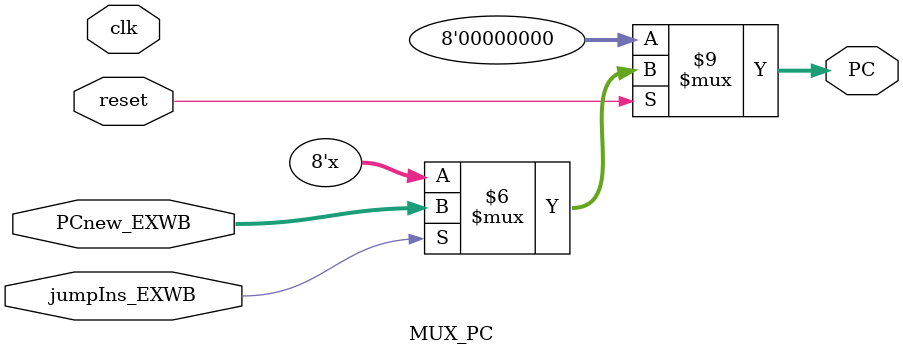
<source format=v>
`timescale 1ns / 1ps


module MUX_PC(
    input jumpIns_EXWB,
    input [7:0] PCnew_EXWB,
    output reg [7:0] PC,
    
    input clk,
    input reset
    );
    
        
    always@(*)
    begin
    if(reset == 0)
        PC <= 0;
    else if(jumpIns_EXWB == 1)
        PC <= PCnew_EXWB;
    
    else 
        PC <= PC+1;    
    end
endmodule

</source>
